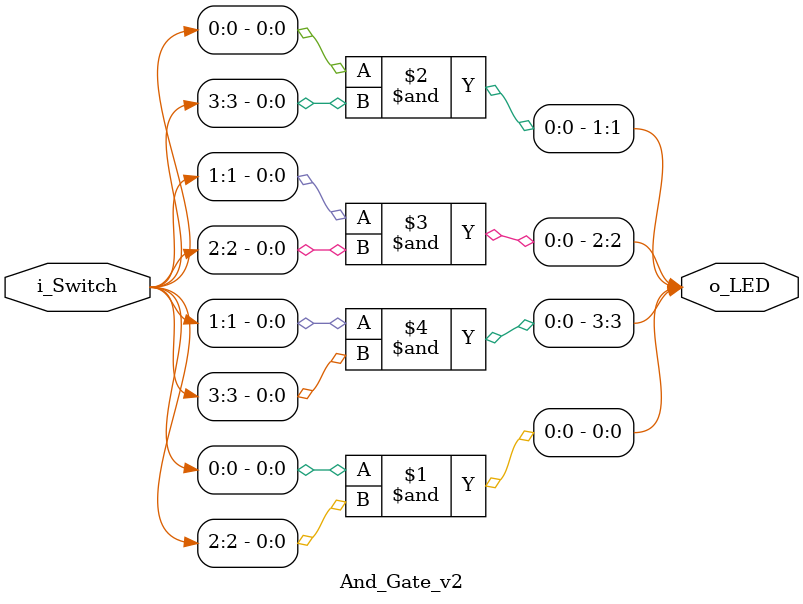
<source format=v>
module And_Gate_v2 (
	input			[3:0]	i_Switch,
	output	reg		[3:0]	o_LED 
);

	// led 0 = top left + top right
	assign o_LED[0] = i_Switch[0] & i_Switch[2];
	
	// led 0 = top left + bottom right
	assign o_LED[1] = i_Switch[0] & i_Switch[3];

	// led 0 = bottom left + top right
	assign o_LED[2] = i_Switch[1] & i_Switch[2];

	// led 0 = bottom left + bottom right
	assign o_LED[3] = i_Switch[1] & i_Switch[3];	

endmodule
</source>
